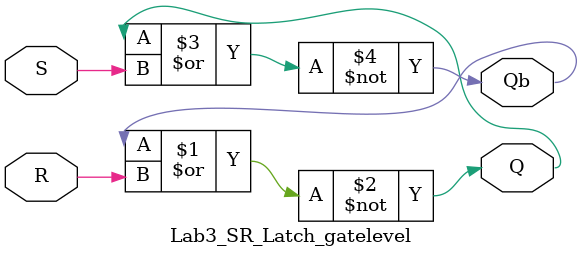
<source format=v>
module Lab3_SR_Latch_gatelevel(input S,R, output Q,Qb);
    nor #(10) no1(Q,Qb,R);
    nor #(10) no2(Qb,Q,S);
endmodule
</source>
